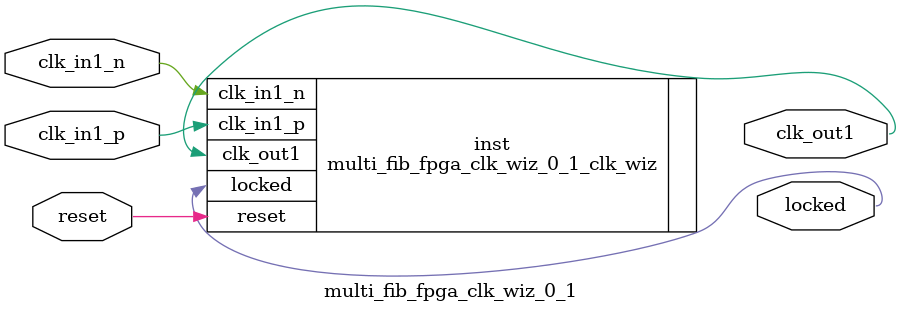
<source format=v>


`timescale 1ps/1ps

(* CORE_GENERATION_INFO = "multi_fib_fpga_clk_wiz_0_1,clk_wiz_v6_0_4_0_0,{component_name=multi_fib_fpga_clk_wiz_0_1,use_phase_alignment=false,use_min_o_jitter=false,use_max_i_jitter=false,use_dyn_phase_shift=false,use_inclk_switchover=false,use_dyn_reconfig=false,enable_axi=0,feedback_source=FDBK_AUTO,PRIMITIVE=MMCM,num_out_clk=1,clkin1_period=8.000,clkin2_period=10.000,use_power_down=false,use_reset=true,use_locked=true,use_inclk_stopped=false,feedback_type=SINGLE,CLOCK_MGR_TYPE=NA,manual_override=false}" *)

module multi_fib_fpga_clk_wiz_0_1 
 (
  // Clock out ports
  output        clk_out1,
  // Status and control signals
  input         reset,
  output        locked,
 // Clock in ports
  input         clk_in1_p,
  input         clk_in1_n
 );

  multi_fib_fpga_clk_wiz_0_1_clk_wiz inst
  (
  // Clock out ports  
  .clk_out1(clk_out1),
  // Status and control signals               
  .reset(reset), 
  .locked(locked),
 // Clock in ports
  .clk_in1_p(clk_in1_p),
  .clk_in1_n(clk_in1_n)
  );

endmodule

</source>
